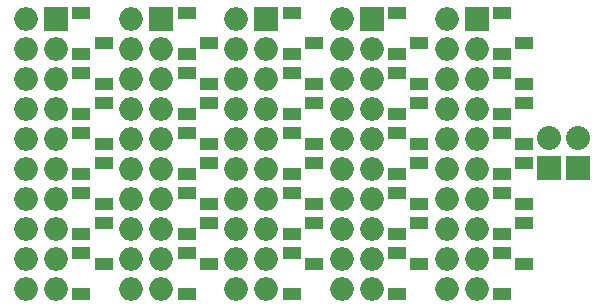
<source format=gts>
G04 #@! TF.GenerationSoftware,KiCad,Pcbnew,(2017-01-20 revision 550a1ea)-makepkg*
G04 #@! TF.CreationDate,2017-01-21T19:12:54+01:00*
G04 #@! TF.ProjectId,dekada,64656B6164612E6B696361645F706362,rev?*
G04 #@! TF.FileFunction,Soldermask,Top*
G04 #@! TF.FilePolarity,Negative*
%FSLAX46Y46*%
G04 Gerber Fmt 4.6, Leading zero omitted, Abs format (unit mm)*
G04 Created by KiCad (PCBNEW (2017-01-20 revision 550a1ea)-makepkg) date 01/21/17 19:12:54*
%MOMM*%
%LPD*%
G01*
G04 APERTURE LIST*
%ADD10C,0.050000*%
%ADD11O,2.000000X2.000000*%
%ADD12R,2.000000X2.000000*%
%ADD13O,2.032000X2.032000*%
%ADD14R,2.032000X2.032000*%
%ADD15R,1.600000X1.000000*%
G04 APERTURE END LIST*
D10*
D11*
X-47755712Y-14161748D03*
X-45215712Y-14161748D03*
X-47755712Y-11621748D03*
X-45215712Y-11621748D03*
X-47755712Y-9081748D03*
X-45215712Y-9081748D03*
X-47755712Y-6541748D03*
X-45215712Y-6541748D03*
X-47755712Y-4001748D03*
X-45215712Y-4001748D03*
X-47755712Y-1461748D03*
X-45215712Y-1461748D03*
X-47755712Y1078252D03*
X-45215712Y1078252D03*
X-47755712Y3618252D03*
X-45215712Y3618252D03*
X-47755712Y6158252D03*
X-45215712Y6158252D03*
X-47755712Y8698252D03*
D12*
X-45215712Y8698252D03*
D13*
X-1000000Y-1379073D03*
D14*
X-1000000Y-3919073D03*
X-3484656Y-3909071D03*
D13*
X-3484656Y-1369071D03*
D11*
X-38855712Y-14161748D03*
X-36315712Y-14161748D03*
X-38855712Y-11621748D03*
X-36315712Y-11621748D03*
X-38855712Y-9081748D03*
X-36315712Y-9081748D03*
X-38855712Y-6541748D03*
X-36315712Y-6541748D03*
X-38855712Y-4001748D03*
X-36315712Y-4001748D03*
X-38855712Y-1461748D03*
X-36315712Y-1461748D03*
X-38855712Y1078252D03*
X-36315712Y1078252D03*
X-38855712Y3618252D03*
X-36315712Y3618252D03*
X-38855712Y6158252D03*
X-36315712Y6158252D03*
X-38855712Y8698252D03*
D12*
X-36315712Y8698252D03*
D11*
X-29955712Y-14161748D03*
X-27415712Y-14161748D03*
X-29955712Y-11621748D03*
X-27415712Y-11621748D03*
X-29955712Y-9081748D03*
X-27415712Y-9081748D03*
X-29955712Y-6541748D03*
X-27415712Y-6541748D03*
X-29955712Y-4001748D03*
X-27415712Y-4001748D03*
X-29955712Y-1461748D03*
X-27415712Y-1461748D03*
X-29955712Y1078252D03*
X-27415712Y1078252D03*
X-29955712Y3618252D03*
X-27415712Y3618252D03*
X-29955712Y6158252D03*
X-27415712Y6158252D03*
X-29955712Y8698252D03*
D12*
X-27415712Y8698252D03*
D11*
X-21055712Y-14161748D03*
X-18515712Y-14161748D03*
X-21055712Y-11621748D03*
X-18515712Y-11621748D03*
X-21055712Y-9081748D03*
X-18515712Y-9081748D03*
X-21055712Y-6541748D03*
X-18515712Y-6541748D03*
X-21055712Y-4001748D03*
X-18515712Y-4001748D03*
X-21055712Y-1461748D03*
X-18515712Y-1461748D03*
X-21055712Y1078252D03*
X-18515712Y1078252D03*
X-21055712Y3618252D03*
X-18515712Y3618252D03*
X-21055712Y6158252D03*
X-18515712Y6158252D03*
X-21055712Y8698252D03*
D12*
X-18515712Y8698252D03*
D15*
X-43078712Y-4407748D03*
X-43078712Y-1007748D03*
X-34178712Y-4407748D03*
X-34178712Y-1007748D03*
X-25278712Y-4407748D03*
X-25278712Y-1007748D03*
X-16378712Y-4407748D03*
X-16378712Y-1007748D03*
X-41192712Y1532252D03*
X-41192712Y-1867748D03*
X-32292712Y1532252D03*
X-32292712Y-1867748D03*
X-23392712Y1532252D03*
X-23392712Y-1867748D03*
X-14492712Y1532252D03*
X-14492712Y-1867748D03*
X-41192712Y-8627748D03*
X-41192712Y-12027748D03*
X-32292712Y-8627748D03*
X-32292712Y-12027748D03*
X-23392712Y-8627748D03*
X-23392712Y-12027748D03*
X-14492712Y-8627748D03*
X-14492712Y-12027748D03*
X-43078712Y-14567748D03*
X-43078712Y-11167748D03*
X-34178712Y-14567748D03*
X-34178712Y-11167748D03*
X-25278712Y-14567748D03*
X-25278712Y-11167748D03*
X-16378712Y-14567748D03*
X-16378712Y-11167748D03*
X-41192712Y-6947748D03*
X-41192712Y-3547748D03*
X-32292712Y-6947748D03*
X-32292712Y-3547748D03*
X-23392712Y-6947748D03*
X-23392712Y-3547748D03*
X-14492712Y-6947748D03*
X-14492712Y-3547748D03*
X-43078712Y4072252D03*
X-43078712Y672252D03*
X-34178712Y4072252D03*
X-34178712Y672252D03*
X-25278712Y4072252D03*
X-25278712Y672252D03*
X-16378712Y4072252D03*
X-16378712Y672252D03*
X-43078712Y-6087748D03*
X-43078712Y-9487748D03*
X-34178712Y-6087748D03*
X-34178712Y-9487748D03*
X-25278712Y-6087748D03*
X-25278712Y-9487748D03*
X-16378712Y-6087748D03*
X-16378712Y-9487748D03*
X-41192712Y3212252D03*
X-41192712Y6612252D03*
X-32292712Y3212252D03*
X-32292712Y6612252D03*
X-23392712Y3212252D03*
X-23392712Y6612252D03*
X-14492712Y3212252D03*
X-14492712Y6612252D03*
X-43078712Y5752252D03*
X-43078712Y9152252D03*
X-34178712Y5752252D03*
X-34178712Y9152252D03*
X-25278712Y5752252D03*
X-25278712Y9152252D03*
X-16378712Y5752252D03*
X-16378712Y9152252D03*
D12*
X-9615712Y8698252D03*
D11*
X-12155712Y8698252D03*
X-9615712Y6158252D03*
X-12155712Y6158252D03*
X-9615712Y3618252D03*
X-12155712Y3618252D03*
X-9615712Y1078252D03*
X-12155712Y1078252D03*
X-9615712Y-1461748D03*
X-12155712Y-1461748D03*
X-9615712Y-4001748D03*
X-12155712Y-4001748D03*
X-9615712Y-6541748D03*
X-12155712Y-6541748D03*
X-9615712Y-9081748D03*
X-12155712Y-9081748D03*
X-9615712Y-11621748D03*
X-12155712Y-11621748D03*
X-9615712Y-14161748D03*
X-12155712Y-14161748D03*
D15*
X-7478712Y-1007748D03*
X-7478712Y-4407748D03*
X-7478712Y672252D03*
X-7478712Y4072252D03*
X-5592712Y-3547748D03*
X-5592712Y-6947748D03*
X-7478712Y-9487748D03*
X-7478712Y-6087748D03*
X-5592712Y-12027748D03*
X-5592712Y-8627748D03*
X-7478712Y-11167748D03*
X-7478712Y-14567748D03*
X-5592712Y6612252D03*
X-5592712Y3212252D03*
X-5592712Y-1867748D03*
X-5592712Y1532252D03*
X-7478712Y9152252D03*
X-7478712Y5752252D03*
M02*

</source>
